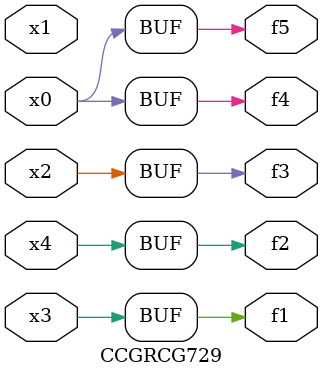
<source format=v>
module CCGRCG729(
	input x0, x1, x2, x3, x4,
	output f1, f2, f3, f4, f5
);
	assign f1 = x3;
	assign f2 = x4;
	assign f3 = x2;
	assign f4 = x0;
	assign f5 = x0;
endmodule

</source>
